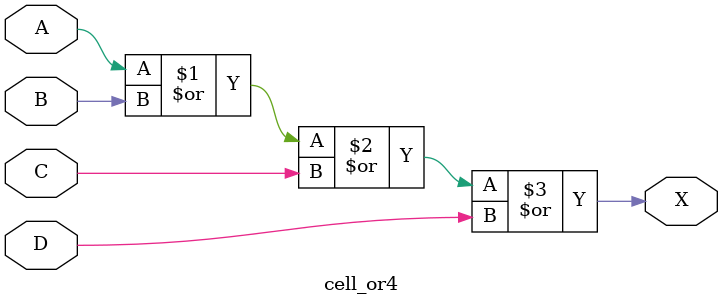
<source format=v>
`timescale 1ps/1ps
module cell_or4
(
    input wire A,
    input wire B,
    input wire C,
    input wire D,
    output wire X
);
    assign X = A | B | C | D;
endmodule

</source>
